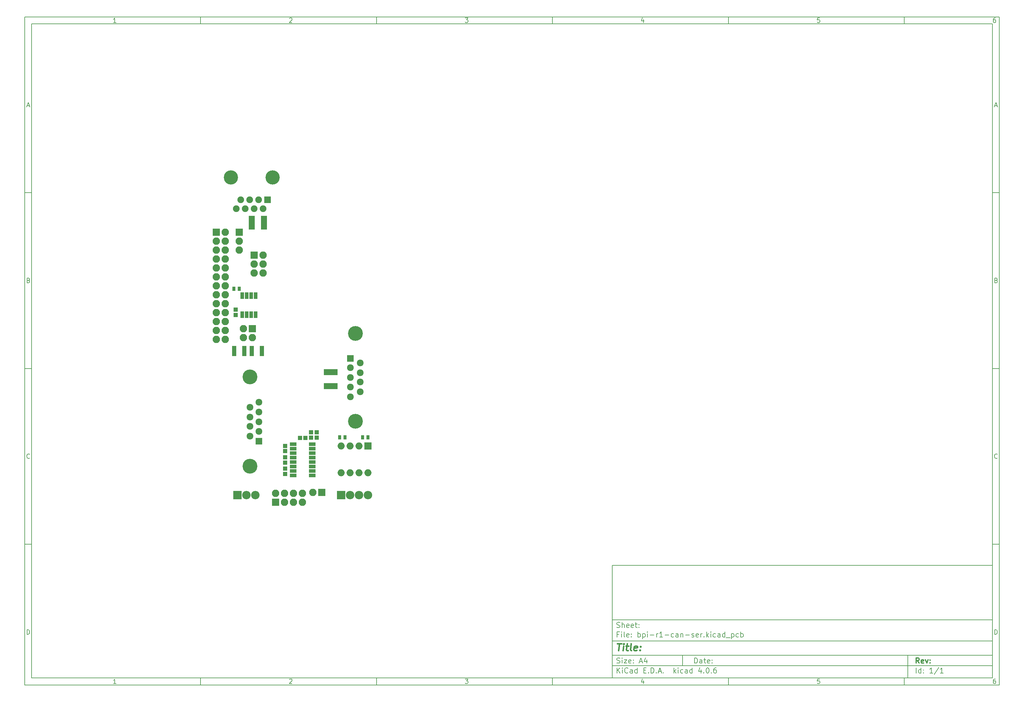
<source format=gts>
G04 #@! TF.FileFunction,Soldermask,Top*
%FSLAX46Y46*%
G04 Gerber Fmt 4.6, Leading zero omitted, Abs format (unit mm)*
G04 Created by KiCad (PCBNEW 4.0.6) date 07/31/17 19:13:33*
%MOMM*%
%LPD*%
G01*
G04 APERTURE LIST*
%ADD10C,0.100000*%
%ADD11C,0.150000*%
%ADD12C,0.300000*%
%ADD13C,0.400000*%
%ADD14R,2.100000X2.100000*%
%ADD15O,2.100000X2.100000*%
%ADD16C,4.050000*%
%ADD17R,1.900000X1.900000*%
%ADD18C,1.900000*%
%ADD19R,1.370000X1.670000*%
%ADD20R,1.670000X1.370000*%
%ADD21O,2.398980X2.398980*%
%ADD22R,2.398980X2.398980*%
%ADD23R,1.000000X1.950000*%
%ADD24R,2.000000X2.000000*%
%ADD25O,2.000000X2.000000*%
%ADD26C,4.210000*%
%ADD27R,1.920000X1.920000*%
%ADD28C,1.920000*%
%ADD29R,1.900000X1.000000*%
%ADD30R,1.150000X1.200000*%
%ADD31R,1.200000X1.150000*%
%ADD32R,0.900000X1.300000*%
%ADD33R,1.300000X2.900000*%
G04 APERTURE END LIST*
D10*
D11*
X177002200Y-166007200D02*
X177002200Y-198007200D01*
X285002200Y-198007200D01*
X285002200Y-166007200D01*
X177002200Y-166007200D01*
D10*
D11*
X10000000Y-10000000D02*
X10000000Y-200007200D01*
X287002200Y-200007200D01*
X287002200Y-10000000D01*
X10000000Y-10000000D01*
D10*
D11*
X12000000Y-12000000D02*
X12000000Y-198007200D01*
X285002200Y-198007200D01*
X285002200Y-12000000D01*
X12000000Y-12000000D01*
D10*
D11*
X60000000Y-12000000D02*
X60000000Y-10000000D01*
D10*
D11*
X110000000Y-12000000D02*
X110000000Y-10000000D01*
D10*
D11*
X160000000Y-12000000D02*
X160000000Y-10000000D01*
D10*
D11*
X210000000Y-12000000D02*
X210000000Y-10000000D01*
D10*
D11*
X260000000Y-12000000D02*
X260000000Y-10000000D01*
D10*
D11*
X35990476Y-11588095D02*
X35247619Y-11588095D01*
X35619048Y-11588095D02*
X35619048Y-10288095D01*
X35495238Y-10473810D01*
X35371429Y-10597619D01*
X35247619Y-10659524D01*
D10*
D11*
X85247619Y-10411905D02*
X85309524Y-10350000D01*
X85433333Y-10288095D01*
X85742857Y-10288095D01*
X85866667Y-10350000D01*
X85928571Y-10411905D01*
X85990476Y-10535714D01*
X85990476Y-10659524D01*
X85928571Y-10845238D01*
X85185714Y-11588095D01*
X85990476Y-11588095D01*
D10*
D11*
X135185714Y-10288095D02*
X135990476Y-10288095D01*
X135557143Y-10783333D01*
X135742857Y-10783333D01*
X135866667Y-10845238D01*
X135928571Y-10907143D01*
X135990476Y-11030952D01*
X135990476Y-11340476D01*
X135928571Y-11464286D01*
X135866667Y-11526190D01*
X135742857Y-11588095D01*
X135371429Y-11588095D01*
X135247619Y-11526190D01*
X135185714Y-11464286D01*
D10*
D11*
X185866667Y-10721429D02*
X185866667Y-11588095D01*
X185557143Y-10226190D02*
X185247619Y-11154762D01*
X186052381Y-11154762D01*
D10*
D11*
X235928571Y-10288095D02*
X235309524Y-10288095D01*
X235247619Y-10907143D01*
X235309524Y-10845238D01*
X235433333Y-10783333D01*
X235742857Y-10783333D01*
X235866667Y-10845238D01*
X235928571Y-10907143D01*
X235990476Y-11030952D01*
X235990476Y-11340476D01*
X235928571Y-11464286D01*
X235866667Y-11526190D01*
X235742857Y-11588095D01*
X235433333Y-11588095D01*
X235309524Y-11526190D01*
X235247619Y-11464286D01*
D10*
D11*
X285866667Y-10288095D02*
X285619048Y-10288095D01*
X285495238Y-10350000D01*
X285433333Y-10411905D01*
X285309524Y-10597619D01*
X285247619Y-10845238D01*
X285247619Y-11340476D01*
X285309524Y-11464286D01*
X285371429Y-11526190D01*
X285495238Y-11588095D01*
X285742857Y-11588095D01*
X285866667Y-11526190D01*
X285928571Y-11464286D01*
X285990476Y-11340476D01*
X285990476Y-11030952D01*
X285928571Y-10907143D01*
X285866667Y-10845238D01*
X285742857Y-10783333D01*
X285495238Y-10783333D01*
X285371429Y-10845238D01*
X285309524Y-10907143D01*
X285247619Y-11030952D01*
D10*
D11*
X60000000Y-198007200D02*
X60000000Y-200007200D01*
D10*
D11*
X110000000Y-198007200D02*
X110000000Y-200007200D01*
D10*
D11*
X160000000Y-198007200D02*
X160000000Y-200007200D01*
D10*
D11*
X210000000Y-198007200D02*
X210000000Y-200007200D01*
D10*
D11*
X260000000Y-198007200D02*
X260000000Y-200007200D01*
D10*
D11*
X35990476Y-199595295D02*
X35247619Y-199595295D01*
X35619048Y-199595295D02*
X35619048Y-198295295D01*
X35495238Y-198481010D01*
X35371429Y-198604819D01*
X35247619Y-198666724D01*
D10*
D11*
X85247619Y-198419105D02*
X85309524Y-198357200D01*
X85433333Y-198295295D01*
X85742857Y-198295295D01*
X85866667Y-198357200D01*
X85928571Y-198419105D01*
X85990476Y-198542914D01*
X85990476Y-198666724D01*
X85928571Y-198852438D01*
X85185714Y-199595295D01*
X85990476Y-199595295D01*
D10*
D11*
X135185714Y-198295295D02*
X135990476Y-198295295D01*
X135557143Y-198790533D01*
X135742857Y-198790533D01*
X135866667Y-198852438D01*
X135928571Y-198914343D01*
X135990476Y-199038152D01*
X135990476Y-199347676D01*
X135928571Y-199471486D01*
X135866667Y-199533390D01*
X135742857Y-199595295D01*
X135371429Y-199595295D01*
X135247619Y-199533390D01*
X135185714Y-199471486D01*
D10*
D11*
X185866667Y-198728629D02*
X185866667Y-199595295D01*
X185557143Y-198233390D02*
X185247619Y-199161962D01*
X186052381Y-199161962D01*
D10*
D11*
X235928571Y-198295295D02*
X235309524Y-198295295D01*
X235247619Y-198914343D01*
X235309524Y-198852438D01*
X235433333Y-198790533D01*
X235742857Y-198790533D01*
X235866667Y-198852438D01*
X235928571Y-198914343D01*
X235990476Y-199038152D01*
X235990476Y-199347676D01*
X235928571Y-199471486D01*
X235866667Y-199533390D01*
X235742857Y-199595295D01*
X235433333Y-199595295D01*
X235309524Y-199533390D01*
X235247619Y-199471486D01*
D10*
D11*
X285866667Y-198295295D02*
X285619048Y-198295295D01*
X285495238Y-198357200D01*
X285433333Y-198419105D01*
X285309524Y-198604819D01*
X285247619Y-198852438D01*
X285247619Y-199347676D01*
X285309524Y-199471486D01*
X285371429Y-199533390D01*
X285495238Y-199595295D01*
X285742857Y-199595295D01*
X285866667Y-199533390D01*
X285928571Y-199471486D01*
X285990476Y-199347676D01*
X285990476Y-199038152D01*
X285928571Y-198914343D01*
X285866667Y-198852438D01*
X285742857Y-198790533D01*
X285495238Y-198790533D01*
X285371429Y-198852438D01*
X285309524Y-198914343D01*
X285247619Y-199038152D01*
D10*
D11*
X10000000Y-60000000D02*
X12000000Y-60000000D01*
D10*
D11*
X10000000Y-110000000D02*
X12000000Y-110000000D01*
D10*
D11*
X10000000Y-160000000D02*
X12000000Y-160000000D01*
D10*
D11*
X10690476Y-35216667D02*
X11309524Y-35216667D01*
X10566667Y-35588095D02*
X11000000Y-34288095D01*
X11433333Y-35588095D01*
D10*
D11*
X11092857Y-84907143D02*
X11278571Y-84969048D01*
X11340476Y-85030952D01*
X11402381Y-85154762D01*
X11402381Y-85340476D01*
X11340476Y-85464286D01*
X11278571Y-85526190D01*
X11154762Y-85588095D01*
X10659524Y-85588095D01*
X10659524Y-84288095D01*
X11092857Y-84288095D01*
X11216667Y-84350000D01*
X11278571Y-84411905D01*
X11340476Y-84535714D01*
X11340476Y-84659524D01*
X11278571Y-84783333D01*
X11216667Y-84845238D01*
X11092857Y-84907143D01*
X10659524Y-84907143D01*
D10*
D11*
X11402381Y-135464286D02*
X11340476Y-135526190D01*
X11154762Y-135588095D01*
X11030952Y-135588095D01*
X10845238Y-135526190D01*
X10721429Y-135402381D01*
X10659524Y-135278571D01*
X10597619Y-135030952D01*
X10597619Y-134845238D01*
X10659524Y-134597619D01*
X10721429Y-134473810D01*
X10845238Y-134350000D01*
X11030952Y-134288095D01*
X11154762Y-134288095D01*
X11340476Y-134350000D01*
X11402381Y-134411905D01*
D10*
D11*
X10659524Y-185588095D02*
X10659524Y-184288095D01*
X10969048Y-184288095D01*
X11154762Y-184350000D01*
X11278571Y-184473810D01*
X11340476Y-184597619D01*
X11402381Y-184845238D01*
X11402381Y-185030952D01*
X11340476Y-185278571D01*
X11278571Y-185402381D01*
X11154762Y-185526190D01*
X10969048Y-185588095D01*
X10659524Y-185588095D01*
D10*
D11*
X287002200Y-60000000D02*
X285002200Y-60000000D01*
D10*
D11*
X287002200Y-110000000D02*
X285002200Y-110000000D01*
D10*
D11*
X287002200Y-160000000D02*
X285002200Y-160000000D01*
D10*
D11*
X285692676Y-35216667D02*
X286311724Y-35216667D01*
X285568867Y-35588095D02*
X286002200Y-34288095D01*
X286435533Y-35588095D01*
D10*
D11*
X286095057Y-84907143D02*
X286280771Y-84969048D01*
X286342676Y-85030952D01*
X286404581Y-85154762D01*
X286404581Y-85340476D01*
X286342676Y-85464286D01*
X286280771Y-85526190D01*
X286156962Y-85588095D01*
X285661724Y-85588095D01*
X285661724Y-84288095D01*
X286095057Y-84288095D01*
X286218867Y-84350000D01*
X286280771Y-84411905D01*
X286342676Y-84535714D01*
X286342676Y-84659524D01*
X286280771Y-84783333D01*
X286218867Y-84845238D01*
X286095057Y-84907143D01*
X285661724Y-84907143D01*
D10*
D11*
X286404581Y-135464286D02*
X286342676Y-135526190D01*
X286156962Y-135588095D01*
X286033152Y-135588095D01*
X285847438Y-135526190D01*
X285723629Y-135402381D01*
X285661724Y-135278571D01*
X285599819Y-135030952D01*
X285599819Y-134845238D01*
X285661724Y-134597619D01*
X285723629Y-134473810D01*
X285847438Y-134350000D01*
X286033152Y-134288095D01*
X286156962Y-134288095D01*
X286342676Y-134350000D01*
X286404581Y-134411905D01*
D10*
D11*
X285661724Y-185588095D02*
X285661724Y-184288095D01*
X285971248Y-184288095D01*
X286156962Y-184350000D01*
X286280771Y-184473810D01*
X286342676Y-184597619D01*
X286404581Y-184845238D01*
X286404581Y-185030952D01*
X286342676Y-185278571D01*
X286280771Y-185402381D01*
X286156962Y-185526190D01*
X285971248Y-185588095D01*
X285661724Y-185588095D01*
D10*
D11*
X200359343Y-193785771D02*
X200359343Y-192285771D01*
X200716486Y-192285771D01*
X200930771Y-192357200D01*
X201073629Y-192500057D01*
X201145057Y-192642914D01*
X201216486Y-192928629D01*
X201216486Y-193142914D01*
X201145057Y-193428629D01*
X201073629Y-193571486D01*
X200930771Y-193714343D01*
X200716486Y-193785771D01*
X200359343Y-193785771D01*
X202502200Y-193785771D02*
X202502200Y-193000057D01*
X202430771Y-192857200D01*
X202287914Y-192785771D01*
X202002200Y-192785771D01*
X201859343Y-192857200D01*
X202502200Y-193714343D02*
X202359343Y-193785771D01*
X202002200Y-193785771D01*
X201859343Y-193714343D01*
X201787914Y-193571486D01*
X201787914Y-193428629D01*
X201859343Y-193285771D01*
X202002200Y-193214343D01*
X202359343Y-193214343D01*
X202502200Y-193142914D01*
X203002200Y-192785771D02*
X203573629Y-192785771D01*
X203216486Y-192285771D02*
X203216486Y-193571486D01*
X203287914Y-193714343D01*
X203430772Y-193785771D01*
X203573629Y-193785771D01*
X204645057Y-193714343D02*
X204502200Y-193785771D01*
X204216486Y-193785771D01*
X204073629Y-193714343D01*
X204002200Y-193571486D01*
X204002200Y-193000057D01*
X204073629Y-192857200D01*
X204216486Y-192785771D01*
X204502200Y-192785771D01*
X204645057Y-192857200D01*
X204716486Y-193000057D01*
X204716486Y-193142914D01*
X204002200Y-193285771D01*
X205359343Y-193642914D02*
X205430771Y-193714343D01*
X205359343Y-193785771D01*
X205287914Y-193714343D01*
X205359343Y-193642914D01*
X205359343Y-193785771D01*
X205359343Y-192857200D02*
X205430771Y-192928629D01*
X205359343Y-193000057D01*
X205287914Y-192928629D01*
X205359343Y-192857200D01*
X205359343Y-193000057D01*
D10*
D11*
X177002200Y-194507200D02*
X285002200Y-194507200D01*
D10*
D11*
X178359343Y-196585771D02*
X178359343Y-195085771D01*
X179216486Y-196585771D02*
X178573629Y-195728629D01*
X179216486Y-195085771D02*
X178359343Y-195942914D01*
X179859343Y-196585771D02*
X179859343Y-195585771D01*
X179859343Y-195085771D02*
X179787914Y-195157200D01*
X179859343Y-195228629D01*
X179930771Y-195157200D01*
X179859343Y-195085771D01*
X179859343Y-195228629D01*
X181430772Y-196442914D02*
X181359343Y-196514343D01*
X181145057Y-196585771D01*
X181002200Y-196585771D01*
X180787915Y-196514343D01*
X180645057Y-196371486D01*
X180573629Y-196228629D01*
X180502200Y-195942914D01*
X180502200Y-195728629D01*
X180573629Y-195442914D01*
X180645057Y-195300057D01*
X180787915Y-195157200D01*
X181002200Y-195085771D01*
X181145057Y-195085771D01*
X181359343Y-195157200D01*
X181430772Y-195228629D01*
X182716486Y-196585771D02*
X182716486Y-195800057D01*
X182645057Y-195657200D01*
X182502200Y-195585771D01*
X182216486Y-195585771D01*
X182073629Y-195657200D01*
X182716486Y-196514343D02*
X182573629Y-196585771D01*
X182216486Y-196585771D01*
X182073629Y-196514343D01*
X182002200Y-196371486D01*
X182002200Y-196228629D01*
X182073629Y-196085771D01*
X182216486Y-196014343D01*
X182573629Y-196014343D01*
X182716486Y-195942914D01*
X184073629Y-196585771D02*
X184073629Y-195085771D01*
X184073629Y-196514343D02*
X183930772Y-196585771D01*
X183645058Y-196585771D01*
X183502200Y-196514343D01*
X183430772Y-196442914D01*
X183359343Y-196300057D01*
X183359343Y-195871486D01*
X183430772Y-195728629D01*
X183502200Y-195657200D01*
X183645058Y-195585771D01*
X183930772Y-195585771D01*
X184073629Y-195657200D01*
X185930772Y-195800057D02*
X186430772Y-195800057D01*
X186645058Y-196585771D02*
X185930772Y-196585771D01*
X185930772Y-195085771D01*
X186645058Y-195085771D01*
X187287915Y-196442914D02*
X187359343Y-196514343D01*
X187287915Y-196585771D01*
X187216486Y-196514343D01*
X187287915Y-196442914D01*
X187287915Y-196585771D01*
X188002201Y-196585771D02*
X188002201Y-195085771D01*
X188359344Y-195085771D01*
X188573629Y-195157200D01*
X188716487Y-195300057D01*
X188787915Y-195442914D01*
X188859344Y-195728629D01*
X188859344Y-195942914D01*
X188787915Y-196228629D01*
X188716487Y-196371486D01*
X188573629Y-196514343D01*
X188359344Y-196585771D01*
X188002201Y-196585771D01*
X189502201Y-196442914D02*
X189573629Y-196514343D01*
X189502201Y-196585771D01*
X189430772Y-196514343D01*
X189502201Y-196442914D01*
X189502201Y-196585771D01*
X190145058Y-196157200D02*
X190859344Y-196157200D01*
X190002201Y-196585771D02*
X190502201Y-195085771D01*
X191002201Y-196585771D01*
X191502201Y-196442914D02*
X191573629Y-196514343D01*
X191502201Y-196585771D01*
X191430772Y-196514343D01*
X191502201Y-196442914D01*
X191502201Y-196585771D01*
X194502201Y-196585771D02*
X194502201Y-195085771D01*
X194645058Y-196014343D02*
X195073629Y-196585771D01*
X195073629Y-195585771D02*
X194502201Y-196157200D01*
X195716487Y-196585771D02*
X195716487Y-195585771D01*
X195716487Y-195085771D02*
X195645058Y-195157200D01*
X195716487Y-195228629D01*
X195787915Y-195157200D01*
X195716487Y-195085771D01*
X195716487Y-195228629D01*
X197073630Y-196514343D02*
X196930773Y-196585771D01*
X196645059Y-196585771D01*
X196502201Y-196514343D01*
X196430773Y-196442914D01*
X196359344Y-196300057D01*
X196359344Y-195871486D01*
X196430773Y-195728629D01*
X196502201Y-195657200D01*
X196645059Y-195585771D01*
X196930773Y-195585771D01*
X197073630Y-195657200D01*
X198359344Y-196585771D02*
X198359344Y-195800057D01*
X198287915Y-195657200D01*
X198145058Y-195585771D01*
X197859344Y-195585771D01*
X197716487Y-195657200D01*
X198359344Y-196514343D02*
X198216487Y-196585771D01*
X197859344Y-196585771D01*
X197716487Y-196514343D01*
X197645058Y-196371486D01*
X197645058Y-196228629D01*
X197716487Y-196085771D01*
X197859344Y-196014343D01*
X198216487Y-196014343D01*
X198359344Y-195942914D01*
X199716487Y-196585771D02*
X199716487Y-195085771D01*
X199716487Y-196514343D02*
X199573630Y-196585771D01*
X199287916Y-196585771D01*
X199145058Y-196514343D01*
X199073630Y-196442914D01*
X199002201Y-196300057D01*
X199002201Y-195871486D01*
X199073630Y-195728629D01*
X199145058Y-195657200D01*
X199287916Y-195585771D01*
X199573630Y-195585771D01*
X199716487Y-195657200D01*
X202216487Y-195585771D02*
X202216487Y-196585771D01*
X201859344Y-195014343D02*
X201502201Y-196085771D01*
X202430773Y-196085771D01*
X203002201Y-196442914D02*
X203073629Y-196514343D01*
X203002201Y-196585771D01*
X202930772Y-196514343D01*
X203002201Y-196442914D01*
X203002201Y-196585771D01*
X204002201Y-195085771D02*
X204145058Y-195085771D01*
X204287915Y-195157200D01*
X204359344Y-195228629D01*
X204430773Y-195371486D01*
X204502201Y-195657200D01*
X204502201Y-196014343D01*
X204430773Y-196300057D01*
X204359344Y-196442914D01*
X204287915Y-196514343D01*
X204145058Y-196585771D01*
X204002201Y-196585771D01*
X203859344Y-196514343D01*
X203787915Y-196442914D01*
X203716487Y-196300057D01*
X203645058Y-196014343D01*
X203645058Y-195657200D01*
X203716487Y-195371486D01*
X203787915Y-195228629D01*
X203859344Y-195157200D01*
X204002201Y-195085771D01*
X205145058Y-196442914D02*
X205216486Y-196514343D01*
X205145058Y-196585771D01*
X205073629Y-196514343D01*
X205145058Y-196442914D01*
X205145058Y-196585771D01*
X206502201Y-195085771D02*
X206216487Y-195085771D01*
X206073630Y-195157200D01*
X206002201Y-195228629D01*
X205859344Y-195442914D01*
X205787915Y-195728629D01*
X205787915Y-196300057D01*
X205859344Y-196442914D01*
X205930772Y-196514343D01*
X206073630Y-196585771D01*
X206359344Y-196585771D01*
X206502201Y-196514343D01*
X206573630Y-196442914D01*
X206645058Y-196300057D01*
X206645058Y-195942914D01*
X206573630Y-195800057D01*
X206502201Y-195728629D01*
X206359344Y-195657200D01*
X206073630Y-195657200D01*
X205930772Y-195728629D01*
X205859344Y-195800057D01*
X205787915Y-195942914D01*
D10*
D11*
X177002200Y-191507200D02*
X285002200Y-191507200D01*
D10*
D12*
X264216486Y-193785771D02*
X263716486Y-193071486D01*
X263359343Y-193785771D02*
X263359343Y-192285771D01*
X263930771Y-192285771D01*
X264073629Y-192357200D01*
X264145057Y-192428629D01*
X264216486Y-192571486D01*
X264216486Y-192785771D01*
X264145057Y-192928629D01*
X264073629Y-193000057D01*
X263930771Y-193071486D01*
X263359343Y-193071486D01*
X265430771Y-193714343D02*
X265287914Y-193785771D01*
X265002200Y-193785771D01*
X264859343Y-193714343D01*
X264787914Y-193571486D01*
X264787914Y-193000057D01*
X264859343Y-192857200D01*
X265002200Y-192785771D01*
X265287914Y-192785771D01*
X265430771Y-192857200D01*
X265502200Y-193000057D01*
X265502200Y-193142914D01*
X264787914Y-193285771D01*
X266002200Y-192785771D02*
X266359343Y-193785771D01*
X266716485Y-192785771D01*
X267287914Y-193642914D02*
X267359342Y-193714343D01*
X267287914Y-193785771D01*
X267216485Y-193714343D01*
X267287914Y-193642914D01*
X267287914Y-193785771D01*
X267287914Y-192857200D02*
X267359342Y-192928629D01*
X267287914Y-193000057D01*
X267216485Y-192928629D01*
X267287914Y-192857200D01*
X267287914Y-193000057D01*
D10*
D11*
X178287914Y-193714343D02*
X178502200Y-193785771D01*
X178859343Y-193785771D01*
X179002200Y-193714343D01*
X179073629Y-193642914D01*
X179145057Y-193500057D01*
X179145057Y-193357200D01*
X179073629Y-193214343D01*
X179002200Y-193142914D01*
X178859343Y-193071486D01*
X178573629Y-193000057D01*
X178430771Y-192928629D01*
X178359343Y-192857200D01*
X178287914Y-192714343D01*
X178287914Y-192571486D01*
X178359343Y-192428629D01*
X178430771Y-192357200D01*
X178573629Y-192285771D01*
X178930771Y-192285771D01*
X179145057Y-192357200D01*
X179787914Y-193785771D02*
X179787914Y-192785771D01*
X179787914Y-192285771D02*
X179716485Y-192357200D01*
X179787914Y-192428629D01*
X179859342Y-192357200D01*
X179787914Y-192285771D01*
X179787914Y-192428629D01*
X180359343Y-192785771D02*
X181145057Y-192785771D01*
X180359343Y-193785771D01*
X181145057Y-193785771D01*
X182287914Y-193714343D02*
X182145057Y-193785771D01*
X181859343Y-193785771D01*
X181716486Y-193714343D01*
X181645057Y-193571486D01*
X181645057Y-193000057D01*
X181716486Y-192857200D01*
X181859343Y-192785771D01*
X182145057Y-192785771D01*
X182287914Y-192857200D01*
X182359343Y-193000057D01*
X182359343Y-193142914D01*
X181645057Y-193285771D01*
X183002200Y-193642914D02*
X183073628Y-193714343D01*
X183002200Y-193785771D01*
X182930771Y-193714343D01*
X183002200Y-193642914D01*
X183002200Y-193785771D01*
X183002200Y-192857200D02*
X183073628Y-192928629D01*
X183002200Y-193000057D01*
X182930771Y-192928629D01*
X183002200Y-192857200D01*
X183002200Y-193000057D01*
X184787914Y-193357200D02*
X185502200Y-193357200D01*
X184645057Y-193785771D02*
X185145057Y-192285771D01*
X185645057Y-193785771D01*
X186787914Y-192785771D02*
X186787914Y-193785771D01*
X186430771Y-192214343D02*
X186073628Y-193285771D01*
X187002200Y-193285771D01*
D10*
D11*
X263359343Y-196585771D02*
X263359343Y-195085771D01*
X264716486Y-196585771D02*
X264716486Y-195085771D01*
X264716486Y-196514343D02*
X264573629Y-196585771D01*
X264287915Y-196585771D01*
X264145057Y-196514343D01*
X264073629Y-196442914D01*
X264002200Y-196300057D01*
X264002200Y-195871486D01*
X264073629Y-195728629D01*
X264145057Y-195657200D01*
X264287915Y-195585771D01*
X264573629Y-195585771D01*
X264716486Y-195657200D01*
X265430772Y-196442914D02*
X265502200Y-196514343D01*
X265430772Y-196585771D01*
X265359343Y-196514343D01*
X265430772Y-196442914D01*
X265430772Y-196585771D01*
X265430772Y-195657200D02*
X265502200Y-195728629D01*
X265430772Y-195800057D01*
X265359343Y-195728629D01*
X265430772Y-195657200D01*
X265430772Y-195800057D01*
X268073629Y-196585771D02*
X267216486Y-196585771D01*
X267645058Y-196585771D02*
X267645058Y-195085771D01*
X267502201Y-195300057D01*
X267359343Y-195442914D01*
X267216486Y-195514343D01*
X269787914Y-195014343D02*
X268502200Y-196942914D01*
X271073629Y-196585771D02*
X270216486Y-196585771D01*
X270645058Y-196585771D02*
X270645058Y-195085771D01*
X270502201Y-195300057D01*
X270359343Y-195442914D01*
X270216486Y-195514343D01*
D10*
D11*
X177002200Y-187507200D02*
X285002200Y-187507200D01*
D10*
D13*
X178454581Y-188211962D02*
X179597438Y-188211962D01*
X178776010Y-190211962D02*
X179026010Y-188211962D01*
X180014105Y-190211962D02*
X180180771Y-188878629D01*
X180264105Y-188211962D02*
X180156962Y-188307200D01*
X180240295Y-188402438D01*
X180347439Y-188307200D01*
X180264105Y-188211962D01*
X180240295Y-188402438D01*
X180847438Y-188878629D02*
X181609343Y-188878629D01*
X181216486Y-188211962D02*
X181002200Y-189926248D01*
X181073630Y-190116724D01*
X181252201Y-190211962D01*
X181442677Y-190211962D01*
X182395058Y-190211962D02*
X182216487Y-190116724D01*
X182145057Y-189926248D01*
X182359343Y-188211962D01*
X183930772Y-190116724D02*
X183728391Y-190211962D01*
X183347439Y-190211962D01*
X183168867Y-190116724D01*
X183097438Y-189926248D01*
X183192676Y-189164343D01*
X183311724Y-188973867D01*
X183514105Y-188878629D01*
X183895057Y-188878629D01*
X184073629Y-188973867D01*
X184145057Y-189164343D01*
X184121248Y-189354819D01*
X183145057Y-189545295D01*
X184895057Y-190021486D02*
X184978392Y-190116724D01*
X184871248Y-190211962D01*
X184787915Y-190116724D01*
X184895057Y-190021486D01*
X184871248Y-190211962D01*
X185026010Y-188973867D02*
X185109344Y-189069105D01*
X185002200Y-189164343D01*
X184918867Y-189069105D01*
X185026010Y-188973867D01*
X185002200Y-189164343D01*
D10*
D11*
X178859343Y-185600057D02*
X178359343Y-185600057D01*
X178359343Y-186385771D02*
X178359343Y-184885771D01*
X179073629Y-184885771D01*
X179645057Y-186385771D02*
X179645057Y-185385771D01*
X179645057Y-184885771D02*
X179573628Y-184957200D01*
X179645057Y-185028629D01*
X179716485Y-184957200D01*
X179645057Y-184885771D01*
X179645057Y-185028629D01*
X180573629Y-186385771D02*
X180430771Y-186314343D01*
X180359343Y-186171486D01*
X180359343Y-184885771D01*
X181716485Y-186314343D02*
X181573628Y-186385771D01*
X181287914Y-186385771D01*
X181145057Y-186314343D01*
X181073628Y-186171486D01*
X181073628Y-185600057D01*
X181145057Y-185457200D01*
X181287914Y-185385771D01*
X181573628Y-185385771D01*
X181716485Y-185457200D01*
X181787914Y-185600057D01*
X181787914Y-185742914D01*
X181073628Y-185885771D01*
X182430771Y-186242914D02*
X182502199Y-186314343D01*
X182430771Y-186385771D01*
X182359342Y-186314343D01*
X182430771Y-186242914D01*
X182430771Y-186385771D01*
X182430771Y-185457200D02*
X182502199Y-185528629D01*
X182430771Y-185600057D01*
X182359342Y-185528629D01*
X182430771Y-185457200D01*
X182430771Y-185600057D01*
X184287914Y-186385771D02*
X184287914Y-184885771D01*
X184287914Y-185457200D02*
X184430771Y-185385771D01*
X184716485Y-185385771D01*
X184859342Y-185457200D01*
X184930771Y-185528629D01*
X185002200Y-185671486D01*
X185002200Y-186100057D01*
X184930771Y-186242914D01*
X184859342Y-186314343D01*
X184716485Y-186385771D01*
X184430771Y-186385771D01*
X184287914Y-186314343D01*
X185645057Y-185385771D02*
X185645057Y-186885771D01*
X185645057Y-185457200D02*
X185787914Y-185385771D01*
X186073628Y-185385771D01*
X186216485Y-185457200D01*
X186287914Y-185528629D01*
X186359343Y-185671486D01*
X186359343Y-186100057D01*
X186287914Y-186242914D01*
X186216485Y-186314343D01*
X186073628Y-186385771D01*
X185787914Y-186385771D01*
X185645057Y-186314343D01*
X187002200Y-186385771D02*
X187002200Y-185385771D01*
X187002200Y-184885771D02*
X186930771Y-184957200D01*
X187002200Y-185028629D01*
X187073628Y-184957200D01*
X187002200Y-184885771D01*
X187002200Y-185028629D01*
X187716486Y-185814343D02*
X188859343Y-185814343D01*
X189573629Y-186385771D02*
X189573629Y-185385771D01*
X189573629Y-185671486D02*
X189645057Y-185528629D01*
X189716486Y-185457200D01*
X189859343Y-185385771D01*
X190002200Y-185385771D01*
X191287914Y-186385771D02*
X190430771Y-186385771D01*
X190859343Y-186385771D02*
X190859343Y-184885771D01*
X190716486Y-185100057D01*
X190573628Y-185242914D01*
X190430771Y-185314343D01*
X191930771Y-185814343D02*
X193073628Y-185814343D01*
X194430771Y-186314343D02*
X194287914Y-186385771D01*
X194002200Y-186385771D01*
X193859342Y-186314343D01*
X193787914Y-186242914D01*
X193716485Y-186100057D01*
X193716485Y-185671486D01*
X193787914Y-185528629D01*
X193859342Y-185457200D01*
X194002200Y-185385771D01*
X194287914Y-185385771D01*
X194430771Y-185457200D01*
X195716485Y-186385771D02*
X195716485Y-185600057D01*
X195645056Y-185457200D01*
X195502199Y-185385771D01*
X195216485Y-185385771D01*
X195073628Y-185457200D01*
X195716485Y-186314343D02*
X195573628Y-186385771D01*
X195216485Y-186385771D01*
X195073628Y-186314343D01*
X195002199Y-186171486D01*
X195002199Y-186028629D01*
X195073628Y-185885771D01*
X195216485Y-185814343D01*
X195573628Y-185814343D01*
X195716485Y-185742914D01*
X196430771Y-185385771D02*
X196430771Y-186385771D01*
X196430771Y-185528629D02*
X196502199Y-185457200D01*
X196645057Y-185385771D01*
X196859342Y-185385771D01*
X197002199Y-185457200D01*
X197073628Y-185600057D01*
X197073628Y-186385771D01*
X197787914Y-185814343D02*
X198930771Y-185814343D01*
X199573628Y-186314343D02*
X199716485Y-186385771D01*
X200002200Y-186385771D01*
X200145057Y-186314343D01*
X200216485Y-186171486D01*
X200216485Y-186100057D01*
X200145057Y-185957200D01*
X200002200Y-185885771D01*
X199787914Y-185885771D01*
X199645057Y-185814343D01*
X199573628Y-185671486D01*
X199573628Y-185600057D01*
X199645057Y-185457200D01*
X199787914Y-185385771D01*
X200002200Y-185385771D01*
X200145057Y-185457200D01*
X201430771Y-186314343D02*
X201287914Y-186385771D01*
X201002200Y-186385771D01*
X200859343Y-186314343D01*
X200787914Y-186171486D01*
X200787914Y-185600057D01*
X200859343Y-185457200D01*
X201002200Y-185385771D01*
X201287914Y-185385771D01*
X201430771Y-185457200D01*
X201502200Y-185600057D01*
X201502200Y-185742914D01*
X200787914Y-185885771D01*
X202145057Y-186385771D02*
X202145057Y-185385771D01*
X202145057Y-185671486D02*
X202216485Y-185528629D01*
X202287914Y-185457200D01*
X202430771Y-185385771D01*
X202573628Y-185385771D01*
X203073628Y-186242914D02*
X203145056Y-186314343D01*
X203073628Y-186385771D01*
X203002199Y-186314343D01*
X203073628Y-186242914D01*
X203073628Y-186385771D01*
X203787914Y-186385771D02*
X203787914Y-184885771D01*
X203930771Y-185814343D02*
X204359342Y-186385771D01*
X204359342Y-185385771D02*
X203787914Y-185957200D01*
X205002200Y-186385771D02*
X205002200Y-185385771D01*
X205002200Y-184885771D02*
X204930771Y-184957200D01*
X205002200Y-185028629D01*
X205073628Y-184957200D01*
X205002200Y-184885771D01*
X205002200Y-185028629D01*
X206359343Y-186314343D02*
X206216486Y-186385771D01*
X205930772Y-186385771D01*
X205787914Y-186314343D01*
X205716486Y-186242914D01*
X205645057Y-186100057D01*
X205645057Y-185671486D01*
X205716486Y-185528629D01*
X205787914Y-185457200D01*
X205930772Y-185385771D01*
X206216486Y-185385771D01*
X206359343Y-185457200D01*
X207645057Y-186385771D02*
X207645057Y-185600057D01*
X207573628Y-185457200D01*
X207430771Y-185385771D01*
X207145057Y-185385771D01*
X207002200Y-185457200D01*
X207645057Y-186314343D02*
X207502200Y-186385771D01*
X207145057Y-186385771D01*
X207002200Y-186314343D01*
X206930771Y-186171486D01*
X206930771Y-186028629D01*
X207002200Y-185885771D01*
X207145057Y-185814343D01*
X207502200Y-185814343D01*
X207645057Y-185742914D01*
X209002200Y-186385771D02*
X209002200Y-184885771D01*
X209002200Y-186314343D02*
X208859343Y-186385771D01*
X208573629Y-186385771D01*
X208430771Y-186314343D01*
X208359343Y-186242914D01*
X208287914Y-186100057D01*
X208287914Y-185671486D01*
X208359343Y-185528629D01*
X208430771Y-185457200D01*
X208573629Y-185385771D01*
X208859343Y-185385771D01*
X209002200Y-185457200D01*
X209359343Y-186528629D02*
X210502200Y-186528629D01*
X210859343Y-185385771D02*
X210859343Y-186885771D01*
X210859343Y-185457200D02*
X211002200Y-185385771D01*
X211287914Y-185385771D01*
X211430771Y-185457200D01*
X211502200Y-185528629D01*
X211573629Y-185671486D01*
X211573629Y-186100057D01*
X211502200Y-186242914D01*
X211430771Y-186314343D01*
X211287914Y-186385771D01*
X211002200Y-186385771D01*
X210859343Y-186314343D01*
X212859343Y-186314343D02*
X212716486Y-186385771D01*
X212430772Y-186385771D01*
X212287914Y-186314343D01*
X212216486Y-186242914D01*
X212145057Y-186100057D01*
X212145057Y-185671486D01*
X212216486Y-185528629D01*
X212287914Y-185457200D01*
X212430772Y-185385771D01*
X212716486Y-185385771D01*
X212859343Y-185457200D01*
X213502200Y-186385771D02*
X213502200Y-184885771D01*
X213502200Y-185457200D02*
X213645057Y-185385771D01*
X213930771Y-185385771D01*
X214073628Y-185457200D01*
X214145057Y-185528629D01*
X214216486Y-185671486D01*
X214216486Y-186100057D01*
X214145057Y-186242914D01*
X214073628Y-186314343D01*
X213930771Y-186385771D01*
X213645057Y-186385771D01*
X213502200Y-186314343D01*
D10*
D11*
X177002200Y-181507200D02*
X285002200Y-181507200D01*
D10*
D11*
X178287914Y-183614343D02*
X178502200Y-183685771D01*
X178859343Y-183685771D01*
X179002200Y-183614343D01*
X179073629Y-183542914D01*
X179145057Y-183400057D01*
X179145057Y-183257200D01*
X179073629Y-183114343D01*
X179002200Y-183042914D01*
X178859343Y-182971486D01*
X178573629Y-182900057D01*
X178430771Y-182828629D01*
X178359343Y-182757200D01*
X178287914Y-182614343D01*
X178287914Y-182471486D01*
X178359343Y-182328629D01*
X178430771Y-182257200D01*
X178573629Y-182185771D01*
X178930771Y-182185771D01*
X179145057Y-182257200D01*
X179787914Y-183685771D02*
X179787914Y-182185771D01*
X180430771Y-183685771D02*
X180430771Y-182900057D01*
X180359342Y-182757200D01*
X180216485Y-182685771D01*
X180002200Y-182685771D01*
X179859342Y-182757200D01*
X179787914Y-182828629D01*
X181716485Y-183614343D02*
X181573628Y-183685771D01*
X181287914Y-183685771D01*
X181145057Y-183614343D01*
X181073628Y-183471486D01*
X181073628Y-182900057D01*
X181145057Y-182757200D01*
X181287914Y-182685771D01*
X181573628Y-182685771D01*
X181716485Y-182757200D01*
X181787914Y-182900057D01*
X181787914Y-183042914D01*
X181073628Y-183185771D01*
X183002199Y-183614343D02*
X182859342Y-183685771D01*
X182573628Y-183685771D01*
X182430771Y-183614343D01*
X182359342Y-183471486D01*
X182359342Y-182900057D01*
X182430771Y-182757200D01*
X182573628Y-182685771D01*
X182859342Y-182685771D01*
X183002199Y-182757200D01*
X183073628Y-182900057D01*
X183073628Y-183042914D01*
X182359342Y-183185771D01*
X183502199Y-182685771D02*
X184073628Y-182685771D01*
X183716485Y-182185771D02*
X183716485Y-183471486D01*
X183787913Y-183614343D01*
X183930771Y-183685771D01*
X184073628Y-183685771D01*
X184573628Y-183542914D02*
X184645056Y-183614343D01*
X184573628Y-183685771D01*
X184502199Y-183614343D01*
X184573628Y-183542914D01*
X184573628Y-183685771D01*
X184573628Y-182757200D02*
X184645056Y-182828629D01*
X184573628Y-182900057D01*
X184502199Y-182828629D01*
X184573628Y-182757200D01*
X184573628Y-182900057D01*
D10*
D11*
X197002200Y-191507200D02*
X197002200Y-194507200D01*
D10*
D11*
X261002200Y-191507200D02*
X261002200Y-198007200D01*
D14*
X94463600Y-145200000D03*
D15*
X91923600Y-145200000D03*
D16*
X68620000Y-55650000D03*
X80490000Y-55650000D03*
D17*
X79000000Y-62000000D03*
D18*
X77730000Y-64540000D03*
X76460000Y-62000000D03*
X75190000Y-64540000D03*
X73920000Y-62000000D03*
X72650000Y-64540000D03*
X71380000Y-62000000D03*
X70110000Y-64540000D03*
D19*
X98270000Y-111000000D03*
X97000000Y-111000000D03*
X95730000Y-111000000D03*
X98270000Y-115000000D03*
X97000000Y-115000000D03*
X95730000Y-115000000D03*
D20*
X74500000Y-69770000D03*
X74500000Y-68500000D03*
X74500000Y-67230000D03*
X78000000Y-69770000D03*
X78000000Y-68500000D03*
X78000000Y-67230000D03*
D14*
X74700000Y-98660000D03*
D15*
X74700000Y-101200000D03*
X72160000Y-98660000D03*
X72160000Y-101200000D03*
D21*
X75540000Y-146000000D03*
D22*
X70460000Y-146000000D03*
D21*
X73000000Y-146000000D03*
X107540000Y-146000000D03*
D22*
X99920000Y-146000000D03*
D21*
X102460000Y-146000000D03*
X105000000Y-146000000D03*
D23*
X75605000Y-89300000D03*
X74335000Y-89300000D03*
X73065000Y-89300000D03*
X71795000Y-89300000D03*
X71795000Y-94700000D03*
X73065000Y-94700000D03*
X74335000Y-94700000D03*
X75605000Y-94700000D03*
D24*
X107540000Y-132000000D03*
D25*
X99920000Y-139620000D03*
X105000000Y-132000000D03*
X102460000Y-139620000D03*
X102460000Y-132000000D03*
X105000000Y-139620000D03*
X99920000Y-132000000D03*
X107540000Y-139620000D03*
D14*
X81320000Y-148040000D03*
D15*
X81320000Y-145500000D03*
X83860000Y-148040000D03*
X83860000Y-145500000D03*
X86400000Y-148040000D03*
X86400000Y-145500000D03*
X88940000Y-148040000D03*
X88940000Y-145500000D03*
D14*
X64478900Y-71242680D03*
D15*
X67018900Y-71242680D03*
X64478900Y-73782680D03*
X67018900Y-73782680D03*
X64478900Y-76322680D03*
X67018900Y-76322680D03*
X64478900Y-78862680D03*
X67018900Y-78862680D03*
X64478900Y-81402680D03*
X67018900Y-81402680D03*
X64478900Y-83942680D03*
X67018900Y-83942680D03*
X64478900Y-86482680D03*
X67018900Y-86482680D03*
X64478900Y-89022680D03*
X67018900Y-89022680D03*
X64478900Y-91562680D03*
X67018900Y-91562680D03*
X64478900Y-94102680D03*
X67018900Y-94102680D03*
X64478900Y-96642680D03*
X67018900Y-96642680D03*
X64478900Y-99182680D03*
X67018900Y-99182680D03*
X64478900Y-101722680D03*
X67018900Y-101722680D03*
D26*
X74000000Y-112360000D03*
X74000000Y-137760000D03*
D27*
X76540000Y-130650000D03*
D28*
X76540000Y-127860000D03*
X76540000Y-125190000D03*
X76540000Y-122390000D03*
X76540000Y-119600000D03*
X74000000Y-129250000D03*
X74000000Y-126460000D03*
X74000000Y-123790000D03*
X74000000Y-121000000D03*
D29*
X86300000Y-131555000D03*
X86300000Y-132825000D03*
X86300000Y-134095000D03*
X86300000Y-135365000D03*
X86300000Y-136635000D03*
X86300000Y-137905000D03*
X86300000Y-139175000D03*
X86300000Y-140445000D03*
X91700000Y-140445000D03*
X91700000Y-139175000D03*
X91700000Y-137905000D03*
X91700000Y-136635000D03*
X91700000Y-135365000D03*
X91700000Y-134095000D03*
X91700000Y-132825000D03*
X91700000Y-131555000D03*
D30*
X84000000Y-132000000D03*
X84000000Y-133500000D03*
X84000000Y-135250000D03*
X84000000Y-136750000D03*
D31*
X88250000Y-129700000D03*
X89750000Y-129700000D03*
D30*
X84000000Y-138450000D03*
X84000000Y-139950000D03*
D32*
X69450000Y-87300000D03*
X70950000Y-87300000D03*
D33*
X77450000Y-105000000D03*
X74550000Y-105000000D03*
X72450000Y-105000000D03*
X69550000Y-105000000D03*
D32*
X107550000Y-129600000D03*
X106050000Y-129600000D03*
X101000000Y-129600000D03*
X99500000Y-129600000D03*
D30*
X93000000Y-129650000D03*
X93000000Y-128150000D03*
X91400000Y-129650000D03*
X91400000Y-128150000D03*
D26*
X104000000Y-125020000D03*
X104000000Y-100000000D03*
D27*
X102600000Y-107110000D03*
D28*
X102600000Y-109780000D03*
X102600000Y-112570000D03*
X102600000Y-115240000D03*
X102600000Y-118030000D03*
X105390000Y-108380000D03*
X105390000Y-111170000D03*
X105390000Y-113840000D03*
X105390000Y-116640000D03*
D30*
X70000000Y-94750000D03*
X70000000Y-93250000D03*
D14*
X71000000Y-71210000D03*
D15*
X71000000Y-73750000D03*
X71000000Y-76290000D03*
D14*
X75250000Y-77710000D03*
D15*
X77790000Y-77710000D03*
X75250000Y-80250000D03*
X77790000Y-80250000D03*
X75250000Y-82790000D03*
X77790000Y-82790000D03*
M02*

</source>
